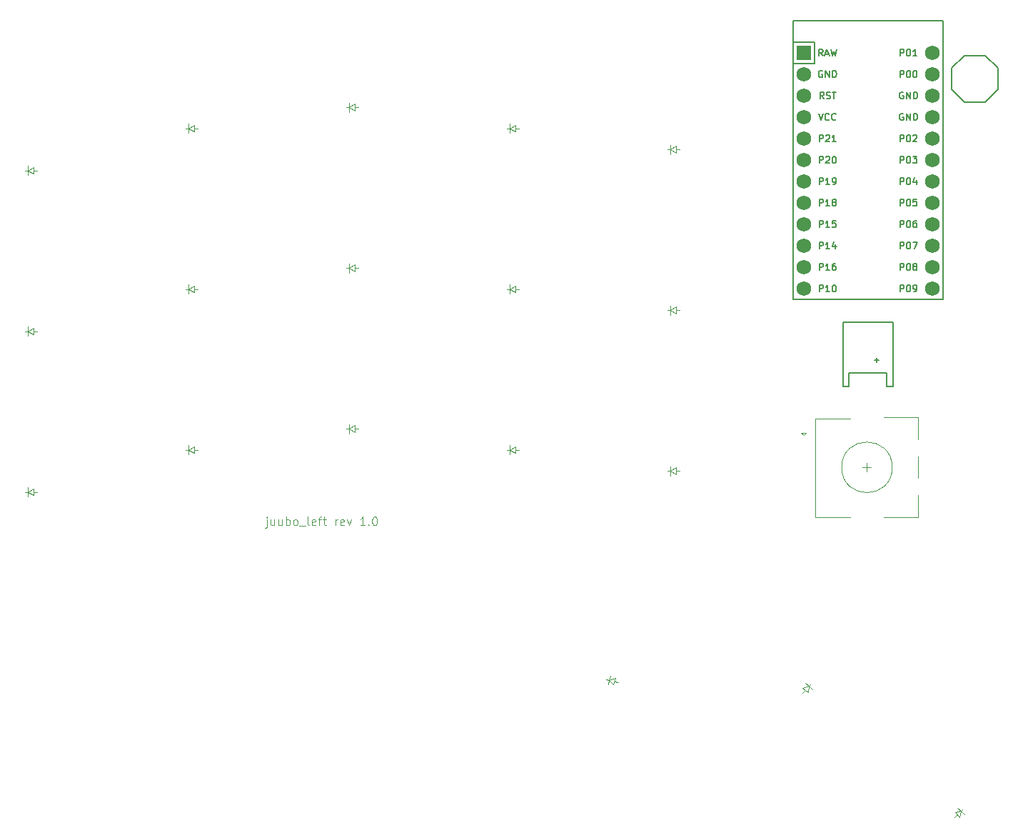
<source format=gbr>
%TF.GenerationSoftware,KiCad,Pcbnew,7.0.10*%
%TF.CreationDate,2024-02-19T14:18:00+02:00*%
%TF.ProjectId,juubo_left_final,6a757562-6f5f-46c6-9566-745f66696e61,v1.0.0*%
%TF.SameCoordinates,Original*%
%TF.FileFunction,Legend,Top*%
%TF.FilePolarity,Positive*%
%FSLAX46Y46*%
G04 Gerber Fmt 4.6, Leading zero omitted, Abs format (unit mm)*
G04 Created by KiCad (PCBNEW 7.0.10) date 2024-02-19 14:18:00*
%MOMM*%
%LPD*%
G01*
G04 APERTURE LIST*
%ADD10C,0.100000*%
%ADD11C,0.150000*%
%ADD12C,0.120000*%
%ADD13R,1.752600X1.752600*%
%ADD14C,1.752600*%
G04 APERTURE END LIST*
D10*
X116303884Y-106205752D02*
X116303884Y-107062895D01*
X116303884Y-107062895D02*
X116256265Y-107158133D01*
X116256265Y-107158133D02*
X116161027Y-107205752D01*
X116161027Y-107205752D02*
X116113408Y-107205752D01*
X116303884Y-105872419D02*
X116256265Y-105920038D01*
X116256265Y-105920038D02*
X116303884Y-105967657D01*
X116303884Y-105967657D02*
X116351503Y-105920038D01*
X116351503Y-105920038D02*
X116303884Y-105872419D01*
X116303884Y-105872419D02*
X116303884Y-105967657D01*
X117208645Y-106205752D02*
X117208645Y-106872419D01*
X116780074Y-106205752D02*
X116780074Y-106729561D01*
X116780074Y-106729561D02*
X116827693Y-106824800D01*
X116827693Y-106824800D02*
X116922931Y-106872419D01*
X116922931Y-106872419D02*
X117065788Y-106872419D01*
X117065788Y-106872419D02*
X117161026Y-106824800D01*
X117161026Y-106824800D02*
X117208645Y-106777180D01*
X118113407Y-106205752D02*
X118113407Y-106872419D01*
X117684836Y-106205752D02*
X117684836Y-106729561D01*
X117684836Y-106729561D02*
X117732455Y-106824800D01*
X117732455Y-106824800D02*
X117827693Y-106872419D01*
X117827693Y-106872419D02*
X117970550Y-106872419D01*
X117970550Y-106872419D02*
X118065788Y-106824800D01*
X118065788Y-106824800D02*
X118113407Y-106777180D01*
X118589598Y-106872419D02*
X118589598Y-105872419D01*
X118589598Y-106253371D02*
X118684836Y-106205752D01*
X118684836Y-106205752D02*
X118875312Y-106205752D01*
X118875312Y-106205752D02*
X118970550Y-106253371D01*
X118970550Y-106253371D02*
X119018169Y-106300990D01*
X119018169Y-106300990D02*
X119065788Y-106396228D01*
X119065788Y-106396228D02*
X119065788Y-106681942D01*
X119065788Y-106681942D02*
X119018169Y-106777180D01*
X119018169Y-106777180D02*
X118970550Y-106824800D01*
X118970550Y-106824800D02*
X118875312Y-106872419D01*
X118875312Y-106872419D02*
X118684836Y-106872419D01*
X118684836Y-106872419D02*
X118589598Y-106824800D01*
X119637217Y-106872419D02*
X119541979Y-106824800D01*
X119541979Y-106824800D02*
X119494360Y-106777180D01*
X119494360Y-106777180D02*
X119446741Y-106681942D01*
X119446741Y-106681942D02*
X119446741Y-106396228D01*
X119446741Y-106396228D02*
X119494360Y-106300990D01*
X119494360Y-106300990D02*
X119541979Y-106253371D01*
X119541979Y-106253371D02*
X119637217Y-106205752D01*
X119637217Y-106205752D02*
X119780074Y-106205752D01*
X119780074Y-106205752D02*
X119875312Y-106253371D01*
X119875312Y-106253371D02*
X119922931Y-106300990D01*
X119922931Y-106300990D02*
X119970550Y-106396228D01*
X119970550Y-106396228D02*
X119970550Y-106681942D01*
X119970550Y-106681942D02*
X119922931Y-106777180D01*
X119922931Y-106777180D02*
X119875312Y-106824800D01*
X119875312Y-106824800D02*
X119780074Y-106872419D01*
X119780074Y-106872419D02*
X119637217Y-106872419D01*
X120161027Y-106967657D02*
X120922931Y-106967657D01*
X121303884Y-106872419D02*
X121208646Y-106824800D01*
X121208646Y-106824800D02*
X121161027Y-106729561D01*
X121161027Y-106729561D02*
X121161027Y-105872419D01*
X122065789Y-106824800D02*
X121970551Y-106872419D01*
X121970551Y-106872419D02*
X121780075Y-106872419D01*
X121780075Y-106872419D02*
X121684837Y-106824800D01*
X121684837Y-106824800D02*
X121637218Y-106729561D01*
X121637218Y-106729561D02*
X121637218Y-106348609D01*
X121637218Y-106348609D02*
X121684837Y-106253371D01*
X121684837Y-106253371D02*
X121780075Y-106205752D01*
X121780075Y-106205752D02*
X121970551Y-106205752D01*
X121970551Y-106205752D02*
X122065789Y-106253371D01*
X122065789Y-106253371D02*
X122113408Y-106348609D01*
X122113408Y-106348609D02*
X122113408Y-106443847D01*
X122113408Y-106443847D02*
X121637218Y-106539085D01*
X122399123Y-106205752D02*
X122780075Y-106205752D01*
X122541980Y-106872419D02*
X122541980Y-106015276D01*
X122541980Y-106015276D02*
X122589599Y-105920038D01*
X122589599Y-105920038D02*
X122684837Y-105872419D01*
X122684837Y-105872419D02*
X122780075Y-105872419D01*
X122970552Y-106205752D02*
X123351504Y-106205752D01*
X123113409Y-105872419D02*
X123113409Y-106729561D01*
X123113409Y-106729561D02*
X123161028Y-106824800D01*
X123161028Y-106824800D02*
X123256266Y-106872419D01*
X123256266Y-106872419D02*
X123351504Y-106872419D01*
X124446743Y-106872419D02*
X124446743Y-106205752D01*
X124446743Y-106396228D02*
X124494362Y-106300990D01*
X124494362Y-106300990D02*
X124541981Y-106253371D01*
X124541981Y-106253371D02*
X124637219Y-106205752D01*
X124637219Y-106205752D02*
X124732457Y-106205752D01*
X125446743Y-106824800D02*
X125351505Y-106872419D01*
X125351505Y-106872419D02*
X125161029Y-106872419D01*
X125161029Y-106872419D02*
X125065791Y-106824800D01*
X125065791Y-106824800D02*
X125018172Y-106729561D01*
X125018172Y-106729561D02*
X125018172Y-106348609D01*
X125018172Y-106348609D02*
X125065791Y-106253371D01*
X125065791Y-106253371D02*
X125161029Y-106205752D01*
X125161029Y-106205752D02*
X125351505Y-106205752D01*
X125351505Y-106205752D02*
X125446743Y-106253371D01*
X125446743Y-106253371D02*
X125494362Y-106348609D01*
X125494362Y-106348609D02*
X125494362Y-106443847D01*
X125494362Y-106443847D02*
X125018172Y-106539085D01*
X125827696Y-106205752D02*
X126065791Y-106872419D01*
X126065791Y-106872419D02*
X126303886Y-106205752D01*
X127970553Y-106872419D02*
X127399125Y-106872419D01*
X127684839Y-106872419D02*
X127684839Y-105872419D01*
X127684839Y-105872419D02*
X127589601Y-106015276D01*
X127589601Y-106015276D02*
X127494363Y-106110514D01*
X127494363Y-106110514D02*
X127399125Y-106158133D01*
X128399125Y-106777180D02*
X128446744Y-106824800D01*
X128446744Y-106824800D02*
X128399125Y-106872419D01*
X128399125Y-106872419D02*
X128351506Y-106824800D01*
X128351506Y-106824800D02*
X128399125Y-106777180D01*
X128399125Y-106777180D02*
X128399125Y-106872419D01*
X129065791Y-105872419D02*
X129161029Y-105872419D01*
X129161029Y-105872419D02*
X129256267Y-105920038D01*
X129256267Y-105920038D02*
X129303886Y-105967657D01*
X129303886Y-105967657D02*
X129351505Y-106062895D01*
X129351505Y-106062895D02*
X129399124Y-106253371D01*
X129399124Y-106253371D02*
X129399124Y-106491466D01*
X129399124Y-106491466D02*
X129351505Y-106681942D01*
X129351505Y-106681942D02*
X129303886Y-106777180D01*
X129303886Y-106777180D02*
X129256267Y-106824800D01*
X129256267Y-106824800D02*
X129161029Y-106872419D01*
X129161029Y-106872419D02*
X129065791Y-106872419D01*
X129065791Y-106872419D02*
X128970553Y-106824800D01*
X128970553Y-106824800D02*
X128922934Y-106777180D01*
X128922934Y-106777180D02*
X128875315Y-106681942D01*
X128875315Y-106681942D02*
X128827696Y-106491466D01*
X128827696Y-106491466D02*
X128827696Y-106253371D01*
X128827696Y-106253371D02*
X128875315Y-106062895D01*
X128875315Y-106062895D02*
X128922934Y-105967657D01*
X128922934Y-105967657D02*
X128970553Y-105920038D01*
X128970553Y-105920038D02*
X129065791Y-105872419D01*
D11*
X181842358Y-61413204D02*
X181842358Y-60613204D01*
X181842358Y-60613204D02*
X182147120Y-60613204D01*
X182147120Y-60613204D02*
X182223310Y-60651299D01*
X182223310Y-60651299D02*
X182261405Y-60689394D01*
X182261405Y-60689394D02*
X182299501Y-60765585D01*
X182299501Y-60765585D02*
X182299501Y-60879870D01*
X182299501Y-60879870D02*
X182261405Y-60956061D01*
X182261405Y-60956061D02*
X182223310Y-60994156D01*
X182223310Y-60994156D02*
X182147120Y-61032251D01*
X182147120Y-61032251D02*
X181842358Y-61032251D01*
X182604262Y-60689394D02*
X182642358Y-60651299D01*
X182642358Y-60651299D02*
X182718548Y-60613204D01*
X182718548Y-60613204D02*
X182909024Y-60613204D01*
X182909024Y-60613204D02*
X182985215Y-60651299D01*
X182985215Y-60651299D02*
X183023310Y-60689394D01*
X183023310Y-60689394D02*
X183061405Y-60765585D01*
X183061405Y-60765585D02*
X183061405Y-60841775D01*
X183061405Y-60841775D02*
X183023310Y-60956061D01*
X183023310Y-60956061D02*
X182566167Y-61413204D01*
X182566167Y-61413204D02*
X183061405Y-61413204D01*
X183823310Y-61413204D02*
X183366167Y-61413204D01*
X183594739Y-61413204D02*
X183594739Y-60613204D01*
X183594739Y-60613204D02*
X183518548Y-60727489D01*
X183518548Y-60727489D02*
X183442358Y-60803680D01*
X183442358Y-60803680D02*
X183366167Y-60841775D01*
X191442358Y-63953204D02*
X191442358Y-63153204D01*
X191442358Y-63153204D02*
X191747120Y-63153204D01*
X191747120Y-63153204D02*
X191823310Y-63191299D01*
X191823310Y-63191299D02*
X191861405Y-63229394D01*
X191861405Y-63229394D02*
X191899501Y-63305585D01*
X191899501Y-63305585D02*
X191899501Y-63419870D01*
X191899501Y-63419870D02*
X191861405Y-63496061D01*
X191861405Y-63496061D02*
X191823310Y-63534156D01*
X191823310Y-63534156D02*
X191747120Y-63572251D01*
X191747120Y-63572251D02*
X191442358Y-63572251D01*
X192394739Y-63153204D02*
X192470929Y-63153204D01*
X192470929Y-63153204D02*
X192547120Y-63191299D01*
X192547120Y-63191299D02*
X192585215Y-63229394D01*
X192585215Y-63229394D02*
X192623310Y-63305585D01*
X192623310Y-63305585D02*
X192661405Y-63457966D01*
X192661405Y-63457966D02*
X192661405Y-63648442D01*
X192661405Y-63648442D02*
X192623310Y-63800823D01*
X192623310Y-63800823D02*
X192585215Y-63877013D01*
X192585215Y-63877013D02*
X192547120Y-63915109D01*
X192547120Y-63915109D02*
X192470929Y-63953204D01*
X192470929Y-63953204D02*
X192394739Y-63953204D01*
X192394739Y-63953204D02*
X192318548Y-63915109D01*
X192318548Y-63915109D02*
X192280453Y-63877013D01*
X192280453Y-63877013D02*
X192242358Y-63800823D01*
X192242358Y-63800823D02*
X192204262Y-63648442D01*
X192204262Y-63648442D02*
X192204262Y-63457966D01*
X192204262Y-63457966D02*
X192242358Y-63305585D01*
X192242358Y-63305585D02*
X192280453Y-63229394D01*
X192280453Y-63229394D02*
X192318548Y-63191299D01*
X192318548Y-63191299D02*
X192394739Y-63153204D01*
X192928072Y-63153204D02*
X193423310Y-63153204D01*
X193423310Y-63153204D02*
X193156644Y-63457966D01*
X193156644Y-63457966D02*
X193270929Y-63457966D01*
X193270929Y-63457966D02*
X193347120Y-63496061D01*
X193347120Y-63496061D02*
X193385215Y-63534156D01*
X193385215Y-63534156D02*
X193423310Y-63610347D01*
X193423310Y-63610347D02*
X193423310Y-63800823D01*
X193423310Y-63800823D02*
X193385215Y-63877013D01*
X193385215Y-63877013D02*
X193347120Y-63915109D01*
X193347120Y-63915109D02*
X193270929Y-63953204D01*
X193270929Y-63953204D02*
X193042358Y-63953204D01*
X193042358Y-63953204D02*
X192966167Y-63915109D01*
X192966167Y-63915109D02*
X192928072Y-63877013D01*
X181747120Y-58073204D02*
X182013787Y-58873204D01*
X182013787Y-58873204D02*
X182280453Y-58073204D01*
X183004263Y-58797013D02*
X182966167Y-58835109D01*
X182966167Y-58835109D02*
X182851882Y-58873204D01*
X182851882Y-58873204D02*
X182775691Y-58873204D01*
X182775691Y-58873204D02*
X182661405Y-58835109D01*
X182661405Y-58835109D02*
X182585215Y-58758918D01*
X182585215Y-58758918D02*
X182547120Y-58682728D01*
X182547120Y-58682728D02*
X182509024Y-58530347D01*
X182509024Y-58530347D02*
X182509024Y-58416061D01*
X182509024Y-58416061D02*
X182547120Y-58263680D01*
X182547120Y-58263680D02*
X182585215Y-58187489D01*
X182585215Y-58187489D02*
X182661405Y-58111299D01*
X182661405Y-58111299D02*
X182775691Y-58073204D01*
X182775691Y-58073204D02*
X182851882Y-58073204D01*
X182851882Y-58073204D02*
X182966167Y-58111299D01*
X182966167Y-58111299D02*
X183004263Y-58149394D01*
X183804263Y-58797013D02*
X183766167Y-58835109D01*
X183766167Y-58835109D02*
X183651882Y-58873204D01*
X183651882Y-58873204D02*
X183575691Y-58873204D01*
X183575691Y-58873204D02*
X183461405Y-58835109D01*
X183461405Y-58835109D02*
X183385215Y-58758918D01*
X183385215Y-58758918D02*
X183347120Y-58682728D01*
X183347120Y-58682728D02*
X183309024Y-58530347D01*
X183309024Y-58530347D02*
X183309024Y-58416061D01*
X183309024Y-58416061D02*
X183347120Y-58263680D01*
X183347120Y-58263680D02*
X183385215Y-58187489D01*
X183385215Y-58187489D02*
X183461405Y-58111299D01*
X183461405Y-58111299D02*
X183575691Y-58073204D01*
X183575691Y-58073204D02*
X183651882Y-58073204D01*
X183651882Y-58073204D02*
X183766167Y-58111299D01*
X183766167Y-58111299D02*
X183804263Y-58149394D01*
X182204263Y-53031299D02*
X182128073Y-52993204D01*
X182128073Y-52993204D02*
X182013787Y-52993204D01*
X182013787Y-52993204D02*
X181899501Y-53031299D01*
X181899501Y-53031299D02*
X181823311Y-53107489D01*
X181823311Y-53107489D02*
X181785216Y-53183680D01*
X181785216Y-53183680D02*
X181747120Y-53336061D01*
X181747120Y-53336061D02*
X181747120Y-53450347D01*
X181747120Y-53450347D02*
X181785216Y-53602728D01*
X181785216Y-53602728D02*
X181823311Y-53678918D01*
X181823311Y-53678918D02*
X181899501Y-53755109D01*
X181899501Y-53755109D02*
X182013787Y-53793204D01*
X182013787Y-53793204D02*
X182089978Y-53793204D01*
X182089978Y-53793204D02*
X182204263Y-53755109D01*
X182204263Y-53755109D02*
X182242359Y-53717013D01*
X182242359Y-53717013D02*
X182242359Y-53450347D01*
X182242359Y-53450347D02*
X182089978Y-53450347D01*
X182585216Y-53793204D02*
X182585216Y-52993204D01*
X182585216Y-52993204D02*
X183042359Y-53793204D01*
X183042359Y-53793204D02*
X183042359Y-52993204D01*
X183423311Y-53793204D02*
X183423311Y-52993204D01*
X183423311Y-52993204D02*
X183613787Y-52993204D01*
X183613787Y-52993204D02*
X183728073Y-53031299D01*
X183728073Y-53031299D02*
X183804263Y-53107489D01*
X183804263Y-53107489D02*
X183842358Y-53183680D01*
X183842358Y-53183680D02*
X183880454Y-53336061D01*
X183880454Y-53336061D02*
X183880454Y-53450347D01*
X183880454Y-53450347D02*
X183842358Y-53602728D01*
X183842358Y-53602728D02*
X183804263Y-53678918D01*
X183804263Y-53678918D02*
X183728073Y-53755109D01*
X183728073Y-53755109D02*
X183613787Y-53793204D01*
X183613787Y-53793204D02*
X183423311Y-53793204D01*
X181842358Y-66493204D02*
X181842358Y-65693204D01*
X181842358Y-65693204D02*
X182147120Y-65693204D01*
X182147120Y-65693204D02*
X182223310Y-65731299D01*
X182223310Y-65731299D02*
X182261405Y-65769394D01*
X182261405Y-65769394D02*
X182299501Y-65845585D01*
X182299501Y-65845585D02*
X182299501Y-65959870D01*
X182299501Y-65959870D02*
X182261405Y-66036061D01*
X182261405Y-66036061D02*
X182223310Y-66074156D01*
X182223310Y-66074156D02*
X182147120Y-66112251D01*
X182147120Y-66112251D02*
X181842358Y-66112251D01*
X183061405Y-66493204D02*
X182604262Y-66493204D01*
X182832834Y-66493204D02*
X182832834Y-65693204D01*
X182832834Y-65693204D02*
X182756643Y-65807489D01*
X182756643Y-65807489D02*
X182680453Y-65883680D01*
X182680453Y-65883680D02*
X182604262Y-65921775D01*
X183442358Y-66493204D02*
X183594739Y-66493204D01*
X183594739Y-66493204D02*
X183670929Y-66455109D01*
X183670929Y-66455109D02*
X183709025Y-66417013D01*
X183709025Y-66417013D02*
X183785215Y-66302728D01*
X183785215Y-66302728D02*
X183823310Y-66150347D01*
X183823310Y-66150347D02*
X183823310Y-65845585D01*
X183823310Y-65845585D02*
X183785215Y-65769394D01*
X183785215Y-65769394D02*
X183747120Y-65731299D01*
X183747120Y-65731299D02*
X183670929Y-65693204D01*
X183670929Y-65693204D02*
X183518548Y-65693204D01*
X183518548Y-65693204D02*
X183442358Y-65731299D01*
X183442358Y-65731299D02*
X183404263Y-65769394D01*
X183404263Y-65769394D02*
X183366167Y-65845585D01*
X183366167Y-65845585D02*
X183366167Y-66036061D01*
X183366167Y-66036061D02*
X183404263Y-66112251D01*
X183404263Y-66112251D02*
X183442358Y-66150347D01*
X183442358Y-66150347D02*
X183518548Y-66188442D01*
X183518548Y-66188442D02*
X183670929Y-66188442D01*
X183670929Y-66188442D02*
X183747120Y-66150347D01*
X183747120Y-66150347D02*
X183785215Y-66112251D01*
X183785215Y-66112251D02*
X183823310Y-66036061D01*
X181842358Y-71573204D02*
X181842358Y-70773204D01*
X181842358Y-70773204D02*
X182147120Y-70773204D01*
X182147120Y-70773204D02*
X182223310Y-70811299D01*
X182223310Y-70811299D02*
X182261405Y-70849394D01*
X182261405Y-70849394D02*
X182299501Y-70925585D01*
X182299501Y-70925585D02*
X182299501Y-71039870D01*
X182299501Y-71039870D02*
X182261405Y-71116061D01*
X182261405Y-71116061D02*
X182223310Y-71154156D01*
X182223310Y-71154156D02*
X182147120Y-71192251D01*
X182147120Y-71192251D02*
X181842358Y-71192251D01*
X183061405Y-71573204D02*
X182604262Y-71573204D01*
X182832834Y-71573204D02*
X182832834Y-70773204D01*
X182832834Y-70773204D02*
X182756643Y-70887489D01*
X182756643Y-70887489D02*
X182680453Y-70963680D01*
X182680453Y-70963680D02*
X182604262Y-71001775D01*
X183785215Y-70773204D02*
X183404263Y-70773204D01*
X183404263Y-70773204D02*
X183366167Y-71154156D01*
X183366167Y-71154156D02*
X183404263Y-71116061D01*
X183404263Y-71116061D02*
X183480453Y-71077966D01*
X183480453Y-71077966D02*
X183670929Y-71077966D01*
X183670929Y-71077966D02*
X183747120Y-71116061D01*
X183747120Y-71116061D02*
X183785215Y-71154156D01*
X183785215Y-71154156D02*
X183823310Y-71230347D01*
X183823310Y-71230347D02*
X183823310Y-71420823D01*
X183823310Y-71420823D02*
X183785215Y-71497013D01*
X183785215Y-71497013D02*
X183747120Y-71535109D01*
X183747120Y-71535109D02*
X183670929Y-71573204D01*
X183670929Y-71573204D02*
X183480453Y-71573204D01*
X183480453Y-71573204D02*
X183404263Y-71535109D01*
X183404263Y-71535109D02*
X183366167Y-71497013D01*
X181842358Y-63953204D02*
X181842358Y-63153204D01*
X181842358Y-63153204D02*
X182147120Y-63153204D01*
X182147120Y-63153204D02*
X182223310Y-63191299D01*
X182223310Y-63191299D02*
X182261405Y-63229394D01*
X182261405Y-63229394D02*
X182299501Y-63305585D01*
X182299501Y-63305585D02*
X182299501Y-63419870D01*
X182299501Y-63419870D02*
X182261405Y-63496061D01*
X182261405Y-63496061D02*
X182223310Y-63534156D01*
X182223310Y-63534156D02*
X182147120Y-63572251D01*
X182147120Y-63572251D02*
X181842358Y-63572251D01*
X182604262Y-63229394D02*
X182642358Y-63191299D01*
X182642358Y-63191299D02*
X182718548Y-63153204D01*
X182718548Y-63153204D02*
X182909024Y-63153204D01*
X182909024Y-63153204D02*
X182985215Y-63191299D01*
X182985215Y-63191299D02*
X183023310Y-63229394D01*
X183023310Y-63229394D02*
X183061405Y-63305585D01*
X183061405Y-63305585D02*
X183061405Y-63381775D01*
X183061405Y-63381775D02*
X183023310Y-63496061D01*
X183023310Y-63496061D02*
X182566167Y-63953204D01*
X182566167Y-63953204D02*
X183061405Y-63953204D01*
X183556644Y-63153204D02*
X183632834Y-63153204D01*
X183632834Y-63153204D02*
X183709025Y-63191299D01*
X183709025Y-63191299D02*
X183747120Y-63229394D01*
X183747120Y-63229394D02*
X183785215Y-63305585D01*
X183785215Y-63305585D02*
X183823310Y-63457966D01*
X183823310Y-63457966D02*
X183823310Y-63648442D01*
X183823310Y-63648442D02*
X183785215Y-63800823D01*
X183785215Y-63800823D02*
X183747120Y-63877013D01*
X183747120Y-63877013D02*
X183709025Y-63915109D01*
X183709025Y-63915109D02*
X183632834Y-63953204D01*
X183632834Y-63953204D02*
X183556644Y-63953204D01*
X183556644Y-63953204D02*
X183480453Y-63915109D01*
X183480453Y-63915109D02*
X183442358Y-63877013D01*
X183442358Y-63877013D02*
X183404263Y-63800823D01*
X183404263Y-63800823D02*
X183366167Y-63648442D01*
X183366167Y-63648442D02*
X183366167Y-63457966D01*
X183366167Y-63457966D02*
X183404263Y-63305585D01*
X183404263Y-63305585D02*
X183442358Y-63229394D01*
X183442358Y-63229394D02*
X183480453Y-63191299D01*
X183480453Y-63191299D02*
X183556644Y-63153204D01*
X181842358Y-74113204D02*
X181842358Y-73313204D01*
X181842358Y-73313204D02*
X182147120Y-73313204D01*
X182147120Y-73313204D02*
X182223310Y-73351299D01*
X182223310Y-73351299D02*
X182261405Y-73389394D01*
X182261405Y-73389394D02*
X182299501Y-73465585D01*
X182299501Y-73465585D02*
X182299501Y-73579870D01*
X182299501Y-73579870D02*
X182261405Y-73656061D01*
X182261405Y-73656061D02*
X182223310Y-73694156D01*
X182223310Y-73694156D02*
X182147120Y-73732251D01*
X182147120Y-73732251D02*
X181842358Y-73732251D01*
X183061405Y-74113204D02*
X182604262Y-74113204D01*
X182832834Y-74113204D02*
X182832834Y-73313204D01*
X182832834Y-73313204D02*
X182756643Y-73427489D01*
X182756643Y-73427489D02*
X182680453Y-73503680D01*
X182680453Y-73503680D02*
X182604262Y-73541775D01*
X183747120Y-73579870D02*
X183747120Y-74113204D01*
X183556644Y-73275109D02*
X183366167Y-73846537D01*
X183366167Y-73846537D02*
X183861406Y-73846537D01*
X191442358Y-66493204D02*
X191442358Y-65693204D01*
X191442358Y-65693204D02*
X191747120Y-65693204D01*
X191747120Y-65693204D02*
X191823310Y-65731299D01*
X191823310Y-65731299D02*
X191861405Y-65769394D01*
X191861405Y-65769394D02*
X191899501Y-65845585D01*
X191899501Y-65845585D02*
X191899501Y-65959870D01*
X191899501Y-65959870D02*
X191861405Y-66036061D01*
X191861405Y-66036061D02*
X191823310Y-66074156D01*
X191823310Y-66074156D02*
X191747120Y-66112251D01*
X191747120Y-66112251D02*
X191442358Y-66112251D01*
X192394739Y-65693204D02*
X192470929Y-65693204D01*
X192470929Y-65693204D02*
X192547120Y-65731299D01*
X192547120Y-65731299D02*
X192585215Y-65769394D01*
X192585215Y-65769394D02*
X192623310Y-65845585D01*
X192623310Y-65845585D02*
X192661405Y-65997966D01*
X192661405Y-65997966D02*
X192661405Y-66188442D01*
X192661405Y-66188442D02*
X192623310Y-66340823D01*
X192623310Y-66340823D02*
X192585215Y-66417013D01*
X192585215Y-66417013D02*
X192547120Y-66455109D01*
X192547120Y-66455109D02*
X192470929Y-66493204D01*
X192470929Y-66493204D02*
X192394739Y-66493204D01*
X192394739Y-66493204D02*
X192318548Y-66455109D01*
X192318548Y-66455109D02*
X192280453Y-66417013D01*
X192280453Y-66417013D02*
X192242358Y-66340823D01*
X192242358Y-66340823D02*
X192204262Y-66188442D01*
X192204262Y-66188442D02*
X192204262Y-65997966D01*
X192204262Y-65997966D02*
X192242358Y-65845585D01*
X192242358Y-65845585D02*
X192280453Y-65769394D01*
X192280453Y-65769394D02*
X192318548Y-65731299D01*
X192318548Y-65731299D02*
X192394739Y-65693204D01*
X193347120Y-65959870D02*
X193347120Y-66493204D01*
X193156644Y-65655109D02*
X192966167Y-66226537D01*
X192966167Y-66226537D02*
X193461406Y-66226537D01*
X191442358Y-51253204D02*
X191442358Y-50453204D01*
X191442358Y-50453204D02*
X191747120Y-50453204D01*
X191747120Y-50453204D02*
X191823310Y-50491299D01*
X191823310Y-50491299D02*
X191861405Y-50529394D01*
X191861405Y-50529394D02*
X191899501Y-50605585D01*
X191899501Y-50605585D02*
X191899501Y-50719870D01*
X191899501Y-50719870D02*
X191861405Y-50796061D01*
X191861405Y-50796061D02*
X191823310Y-50834156D01*
X191823310Y-50834156D02*
X191747120Y-50872251D01*
X191747120Y-50872251D02*
X191442358Y-50872251D01*
X192394739Y-50453204D02*
X192470929Y-50453204D01*
X192470929Y-50453204D02*
X192547120Y-50491299D01*
X192547120Y-50491299D02*
X192585215Y-50529394D01*
X192585215Y-50529394D02*
X192623310Y-50605585D01*
X192623310Y-50605585D02*
X192661405Y-50757966D01*
X192661405Y-50757966D02*
X192661405Y-50948442D01*
X192661405Y-50948442D02*
X192623310Y-51100823D01*
X192623310Y-51100823D02*
X192585215Y-51177013D01*
X192585215Y-51177013D02*
X192547120Y-51215109D01*
X192547120Y-51215109D02*
X192470929Y-51253204D01*
X192470929Y-51253204D02*
X192394739Y-51253204D01*
X192394739Y-51253204D02*
X192318548Y-51215109D01*
X192318548Y-51215109D02*
X192280453Y-51177013D01*
X192280453Y-51177013D02*
X192242358Y-51100823D01*
X192242358Y-51100823D02*
X192204262Y-50948442D01*
X192204262Y-50948442D02*
X192204262Y-50757966D01*
X192204262Y-50757966D02*
X192242358Y-50605585D01*
X192242358Y-50605585D02*
X192280453Y-50529394D01*
X192280453Y-50529394D02*
X192318548Y-50491299D01*
X192318548Y-50491299D02*
X192394739Y-50453204D01*
X193423310Y-51253204D02*
X192966167Y-51253204D01*
X193194739Y-51253204D02*
X193194739Y-50453204D01*
X193194739Y-50453204D02*
X193118548Y-50567489D01*
X193118548Y-50567489D02*
X193042358Y-50643680D01*
X193042358Y-50643680D02*
X192966167Y-50681775D01*
X191804263Y-55571299D02*
X191728073Y-55533204D01*
X191728073Y-55533204D02*
X191613787Y-55533204D01*
X191613787Y-55533204D02*
X191499501Y-55571299D01*
X191499501Y-55571299D02*
X191423311Y-55647489D01*
X191423311Y-55647489D02*
X191385216Y-55723680D01*
X191385216Y-55723680D02*
X191347120Y-55876061D01*
X191347120Y-55876061D02*
X191347120Y-55990347D01*
X191347120Y-55990347D02*
X191385216Y-56142728D01*
X191385216Y-56142728D02*
X191423311Y-56218918D01*
X191423311Y-56218918D02*
X191499501Y-56295109D01*
X191499501Y-56295109D02*
X191613787Y-56333204D01*
X191613787Y-56333204D02*
X191689978Y-56333204D01*
X191689978Y-56333204D02*
X191804263Y-56295109D01*
X191804263Y-56295109D02*
X191842359Y-56257013D01*
X191842359Y-56257013D02*
X191842359Y-55990347D01*
X191842359Y-55990347D02*
X191689978Y-55990347D01*
X192185216Y-56333204D02*
X192185216Y-55533204D01*
X192185216Y-55533204D02*
X192642359Y-56333204D01*
X192642359Y-56333204D02*
X192642359Y-55533204D01*
X193023311Y-56333204D02*
X193023311Y-55533204D01*
X193023311Y-55533204D02*
X193213787Y-55533204D01*
X193213787Y-55533204D02*
X193328073Y-55571299D01*
X193328073Y-55571299D02*
X193404263Y-55647489D01*
X193404263Y-55647489D02*
X193442358Y-55723680D01*
X193442358Y-55723680D02*
X193480454Y-55876061D01*
X193480454Y-55876061D02*
X193480454Y-55990347D01*
X193480454Y-55990347D02*
X193442358Y-56142728D01*
X193442358Y-56142728D02*
X193404263Y-56218918D01*
X193404263Y-56218918D02*
X193328073Y-56295109D01*
X193328073Y-56295109D02*
X193213787Y-56333204D01*
X193213787Y-56333204D02*
X193023311Y-56333204D01*
X181842358Y-69033204D02*
X181842358Y-68233204D01*
X181842358Y-68233204D02*
X182147120Y-68233204D01*
X182147120Y-68233204D02*
X182223310Y-68271299D01*
X182223310Y-68271299D02*
X182261405Y-68309394D01*
X182261405Y-68309394D02*
X182299501Y-68385585D01*
X182299501Y-68385585D02*
X182299501Y-68499870D01*
X182299501Y-68499870D02*
X182261405Y-68576061D01*
X182261405Y-68576061D02*
X182223310Y-68614156D01*
X182223310Y-68614156D02*
X182147120Y-68652251D01*
X182147120Y-68652251D02*
X181842358Y-68652251D01*
X183061405Y-69033204D02*
X182604262Y-69033204D01*
X182832834Y-69033204D02*
X182832834Y-68233204D01*
X182832834Y-68233204D02*
X182756643Y-68347489D01*
X182756643Y-68347489D02*
X182680453Y-68423680D01*
X182680453Y-68423680D02*
X182604262Y-68461775D01*
X183518548Y-68576061D02*
X183442358Y-68537966D01*
X183442358Y-68537966D02*
X183404263Y-68499870D01*
X183404263Y-68499870D02*
X183366167Y-68423680D01*
X183366167Y-68423680D02*
X183366167Y-68385585D01*
X183366167Y-68385585D02*
X183404263Y-68309394D01*
X183404263Y-68309394D02*
X183442358Y-68271299D01*
X183442358Y-68271299D02*
X183518548Y-68233204D01*
X183518548Y-68233204D02*
X183670929Y-68233204D01*
X183670929Y-68233204D02*
X183747120Y-68271299D01*
X183747120Y-68271299D02*
X183785215Y-68309394D01*
X183785215Y-68309394D02*
X183823310Y-68385585D01*
X183823310Y-68385585D02*
X183823310Y-68423680D01*
X183823310Y-68423680D02*
X183785215Y-68499870D01*
X183785215Y-68499870D02*
X183747120Y-68537966D01*
X183747120Y-68537966D02*
X183670929Y-68576061D01*
X183670929Y-68576061D02*
X183518548Y-68576061D01*
X183518548Y-68576061D02*
X183442358Y-68614156D01*
X183442358Y-68614156D02*
X183404263Y-68652251D01*
X183404263Y-68652251D02*
X183366167Y-68728442D01*
X183366167Y-68728442D02*
X183366167Y-68880823D01*
X183366167Y-68880823D02*
X183404263Y-68957013D01*
X183404263Y-68957013D02*
X183442358Y-68995109D01*
X183442358Y-68995109D02*
X183518548Y-69033204D01*
X183518548Y-69033204D02*
X183670929Y-69033204D01*
X183670929Y-69033204D02*
X183747120Y-68995109D01*
X183747120Y-68995109D02*
X183785215Y-68957013D01*
X183785215Y-68957013D02*
X183823310Y-68880823D01*
X183823310Y-68880823D02*
X183823310Y-68728442D01*
X183823310Y-68728442D02*
X183785215Y-68652251D01*
X183785215Y-68652251D02*
X183747120Y-68614156D01*
X183747120Y-68614156D02*
X183670929Y-68576061D01*
X191442358Y-53793204D02*
X191442358Y-52993204D01*
X191442358Y-52993204D02*
X191747120Y-52993204D01*
X191747120Y-52993204D02*
X191823310Y-53031299D01*
X191823310Y-53031299D02*
X191861405Y-53069394D01*
X191861405Y-53069394D02*
X191899501Y-53145585D01*
X191899501Y-53145585D02*
X191899501Y-53259870D01*
X191899501Y-53259870D02*
X191861405Y-53336061D01*
X191861405Y-53336061D02*
X191823310Y-53374156D01*
X191823310Y-53374156D02*
X191747120Y-53412251D01*
X191747120Y-53412251D02*
X191442358Y-53412251D01*
X192394739Y-52993204D02*
X192470929Y-52993204D01*
X192470929Y-52993204D02*
X192547120Y-53031299D01*
X192547120Y-53031299D02*
X192585215Y-53069394D01*
X192585215Y-53069394D02*
X192623310Y-53145585D01*
X192623310Y-53145585D02*
X192661405Y-53297966D01*
X192661405Y-53297966D02*
X192661405Y-53488442D01*
X192661405Y-53488442D02*
X192623310Y-53640823D01*
X192623310Y-53640823D02*
X192585215Y-53717013D01*
X192585215Y-53717013D02*
X192547120Y-53755109D01*
X192547120Y-53755109D02*
X192470929Y-53793204D01*
X192470929Y-53793204D02*
X192394739Y-53793204D01*
X192394739Y-53793204D02*
X192318548Y-53755109D01*
X192318548Y-53755109D02*
X192280453Y-53717013D01*
X192280453Y-53717013D02*
X192242358Y-53640823D01*
X192242358Y-53640823D02*
X192204262Y-53488442D01*
X192204262Y-53488442D02*
X192204262Y-53297966D01*
X192204262Y-53297966D02*
X192242358Y-53145585D01*
X192242358Y-53145585D02*
X192280453Y-53069394D01*
X192280453Y-53069394D02*
X192318548Y-53031299D01*
X192318548Y-53031299D02*
X192394739Y-52993204D01*
X193156644Y-52993204D02*
X193232834Y-52993204D01*
X193232834Y-52993204D02*
X193309025Y-53031299D01*
X193309025Y-53031299D02*
X193347120Y-53069394D01*
X193347120Y-53069394D02*
X193385215Y-53145585D01*
X193385215Y-53145585D02*
X193423310Y-53297966D01*
X193423310Y-53297966D02*
X193423310Y-53488442D01*
X193423310Y-53488442D02*
X193385215Y-53640823D01*
X193385215Y-53640823D02*
X193347120Y-53717013D01*
X193347120Y-53717013D02*
X193309025Y-53755109D01*
X193309025Y-53755109D02*
X193232834Y-53793204D01*
X193232834Y-53793204D02*
X193156644Y-53793204D01*
X193156644Y-53793204D02*
X193080453Y-53755109D01*
X193080453Y-53755109D02*
X193042358Y-53717013D01*
X193042358Y-53717013D02*
X193004263Y-53640823D01*
X193004263Y-53640823D02*
X192966167Y-53488442D01*
X192966167Y-53488442D02*
X192966167Y-53297966D01*
X192966167Y-53297966D02*
X193004263Y-53145585D01*
X193004263Y-53145585D02*
X193042358Y-53069394D01*
X193042358Y-53069394D02*
X193080453Y-53031299D01*
X193080453Y-53031299D02*
X193156644Y-52993204D01*
X182261406Y-51253204D02*
X181994739Y-50872251D01*
X181804263Y-51253204D02*
X181804263Y-50453204D01*
X181804263Y-50453204D02*
X182109025Y-50453204D01*
X182109025Y-50453204D02*
X182185215Y-50491299D01*
X182185215Y-50491299D02*
X182223310Y-50529394D01*
X182223310Y-50529394D02*
X182261406Y-50605585D01*
X182261406Y-50605585D02*
X182261406Y-50719870D01*
X182261406Y-50719870D02*
X182223310Y-50796061D01*
X182223310Y-50796061D02*
X182185215Y-50834156D01*
X182185215Y-50834156D02*
X182109025Y-50872251D01*
X182109025Y-50872251D02*
X181804263Y-50872251D01*
X182566167Y-51024632D02*
X182947120Y-51024632D01*
X182489977Y-51253204D02*
X182756644Y-50453204D01*
X182756644Y-50453204D02*
X183023310Y-51253204D01*
X183213786Y-50453204D02*
X183404262Y-51253204D01*
X183404262Y-51253204D02*
X183556643Y-50681775D01*
X183556643Y-50681775D02*
X183709024Y-51253204D01*
X183709024Y-51253204D02*
X183899501Y-50453204D01*
X191442358Y-76653204D02*
X191442358Y-75853204D01*
X191442358Y-75853204D02*
X191747120Y-75853204D01*
X191747120Y-75853204D02*
X191823310Y-75891299D01*
X191823310Y-75891299D02*
X191861405Y-75929394D01*
X191861405Y-75929394D02*
X191899501Y-76005585D01*
X191899501Y-76005585D02*
X191899501Y-76119870D01*
X191899501Y-76119870D02*
X191861405Y-76196061D01*
X191861405Y-76196061D02*
X191823310Y-76234156D01*
X191823310Y-76234156D02*
X191747120Y-76272251D01*
X191747120Y-76272251D02*
X191442358Y-76272251D01*
X192394739Y-75853204D02*
X192470929Y-75853204D01*
X192470929Y-75853204D02*
X192547120Y-75891299D01*
X192547120Y-75891299D02*
X192585215Y-75929394D01*
X192585215Y-75929394D02*
X192623310Y-76005585D01*
X192623310Y-76005585D02*
X192661405Y-76157966D01*
X192661405Y-76157966D02*
X192661405Y-76348442D01*
X192661405Y-76348442D02*
X192623310Y-76500823D01*
X192623310Y-76500823D02*
X192585215Y-76577013D01*
X192585215Y-76577013D02*
X192547120Y-76615109D01*
X192547120Y-76615109D02*
X192470929Y-76653204D01*
X192470929Y-76653204D02*
X192394739Y-76653204D01*
X192394739Y-76653204D02*
X192318548Y-76615109D01*
X192318548Y-76615109D02*
X192280453Y-76577013D01*
X192280453Y-76577013D02*
X192242358Y-76500823D01*
X192242358Y-76500823D02*
X192204262Y-76348442D01*
X192204262Y-76348442D02*
X192204262Y-76157966D01*
X192204262Y-76157966D02*
X192242358Y-76005585D01*
X192242358Y-76005585D02*
X192280453Y-75929394D01*
X192280453Y-75929394D02*
X192318548Y-75891299D01*
X192318548Y-75891299D02*
X192394739Y-75853204D01*
X193118548Y-76196061D02*
X193042358Y-76157966D01*
X193042358Y-76157966D02*
X193004263Y-76119870D01*
X193004263Y-76119870D02*
X192966167Y-76043680D01*
X192966167Y-76043680D02*
X192966167Y-76005585D01*
X192966167Y-76005585D02*
X193004263Y-75929394D01*
X193004263Y-75929394D02*
X193042358Y-75891299D01*
X193042358Y-75891299D02*
X193118548Y-75853204D01*
X193118548Y-75853204D02*
X193270929Y-75853204D01*
X193270929Y-75853204D02*
X193347120Y-75891299D01*
X193347120Y-75891299D02*
X193385215Y-75929394D01*
X193385215Y-75929394D02*
X193423310Y-76005585D01*
X193423310Y-76005585D02*
X193423310Y-76043680D01*
X193423310Y-76043680D02*
X193385215Y-76119870D01*
X193385215Y-76119870D02*
X193347120Y-76157966D01*
X193347120Y-76157966D02*
X193270929Y-76196061D01*
X193270929Y-76196061D02*
X193118548Y-76196061D01*
X193118548Y-76196061D02*
X193042358Y-76234156D01*
X193042358Y-76234156D02*
X193004263Y-76272251D01*
X193004263Y-76272251D02*
X192966167Y-76348442D01*
X192966167Y-76348442D02*
X192966167Y-76500823D01*
X192966167Y-76500823D02*
X193004263Y-76577013D01*
X193004263Y-76577013D02*
X193042358Y-76615109D01*
X193042358Y-76615109D02*
X193118548Y-76653204D01*
X193118548Y-76653204D02*
X193270929Y-76653204D01*
X193270929Y-76653204D02*
X193347120Y-76615109D01*
X193347120Y-76615109D02*
X193385215Y-76577013D01*
X193385215Y-76577013D02*
X193423310Y-76500823D01*
X193423310Y-76500823D02*
X193423310Y-76348442D01*
X193423310Y-76348442D02*
X193385215Y-76272251D01*
X193385215Y-76272251D02*
X193347120Y-76234156D01*
X193347120Y-76234156D02*
X193270929Y-76196061D01*
X191442358Y-61413204D02*
X191442358Y-60613204D01*
X191442358Y-60613204D02*
X191747120Y-60613204D01*
X191747120Y-60613204D02*
X191823310Y-60651299D01*
X191823310Y-60651299D02*
X191861405Y-60689394D01*
X191861405Y-60689394D02*
X191899501Y-60765585D01*
X191899501Y-60765585D02*
X191899501Y-60879870D01*
X191899501Y-60879870D02*
X191861405Y-60956061D01*
X191861405Y-60956061D02*
X191823310Y-60994156D01*
X191823310Y-60994156D02*
X191747120Y-61032251D01*
X191747120Y-61032251D02*
X191442358Y-61032251D01*
X192394739Y-60613204D02*
X192470929Y-60613204D01*
X192470929Y-60613204D02*
X192547120Y-60651299D01*
X192547120Y-60651299D02*
X192585215Y-60689394D01*
X192585215Y-60689394D02*
X192623310Y-60765585D01*
X192623310Y-60765585D02*
X192661405Y-60917966D01*
X192661405Y-60917966D02*
X192661405Y-61108442D01*
X192661405Y-61108442D02*
X192623310Y-61260823D01*
X192623310Y-61260823D02*
X192585215Y-61337013D01*
X192585215Y-61337013D02*
X192547120Y-61375109D01*
X192547120Y-61375109D02*
X192470929Y-61413204D01*
X192470929Y-61413204D02*
X192394739Y-61413204D01*
X192394739Y-61413204D02*
X192318548Y-61375109D01*
X192318548Y-61375109D02*
X192280453Y-61337013D01*
X192280453Y-61337013D02*
X192242358Y-61260823D01*
X192242358Y-61260823D02*
X192204262Y-61108442D01*
X192204262Y-61108442D02*
X192204262Y-60917966D01*
X192204262Y-60917966D02*
X192242358Y-60765585D01*
X192242358Y-60765585D02*
X192280453Y-60689394D01*
X192280453Y-60689394D02*
X192318548Y-60651299D01*
X192318548Y-60651299D02*
X192394739Y-60613204D01*
X192966167Y-60689394D02*
X193004263Y-60651299D01*
X193004263Y-60651299D02*
X193080453Y-60613204D01*
X193080453Y-60613204D02*
X193270929Y-60613204D01*
X193270929Y-60613204D02*
X193347120Y-60651299D01*
X193347120Y-60651299D02*
X193385215Y-60689394D01*
X193385215Y-60689394D02*
X193423310Y-60765585D01*
X193423310Y-60765585D02*
X193423310Y-60841775D01*
X193423310Y-60841775D02*
X193385215Y-60956061D01*
X193385215Y-60956061D02*
X192928072Y-61413204D01*
X192928072Y-61413204D02*
X193423310Y-61413204D01*
X182375692Y-56333204D02*
X182109025Y-55952251D01*
X181918549Y-56333204D02*
X181918549Y-55533204D01*
X181918549Y-55533204D02*
X182223311Y-55533204D01*
X182223311Y-55533204D02*
X182299501Y-55571299D01*
X182299501Y-55571299D02*
X182337596Y-55609394D01*
X182337596Y-55609394D02*
X182375692Y-55685585D01*
X182375692Y-55685585D02*
X182375692Y-55799870D01*
X182375692Y-55799870D02*
X182337596Y-55876061D01*
X182337596Y-55876061D02*
X182299501Y-55914156D01*
X182299501Y-55914156D02*
X182223311Y-55952251D01*
X182223311Y-55952251D02*
X181918549Y-55952251D01*
X182680453Y-56295109D02*
X182794739Y-56333204D01*
X182794739Y-56333204D02*
X182985215Y-56333204D01*
X182985215Y-56333204D02*
X183061406Y-56295109D01*
X183061406Y-56295109D02*
X183099501Y-56257013D01*
X183099501Y-56257013D02*
X183137596Y-56180823D01*
X183137596Y-56180823D02*
X183137596Y-56104632D01*
X183137596Y-56104632D02*
X183099501Y-56028442D01*
X183099501Y-56028442D02*
X183061406Y-55990347D01*
X183061406Y-55990347D02*
X182985215Y-55952251D01*
X182985215Y-55952251D02*
X182832834Y-55914156D01*
X182832834Y-55914156D02*
X182756644Y-55876061D01*
X182756644Y-55876061D02*
X182718549Y-55837966D01*
X182718549Y-55837966D02*
X182680453Y-55761775D01*
X182680453Y-55761775D02*
X182680453Y-55685585D01*
X182680453Y-55685585D02*
X182718549Y-55609394D01*
X182718549Y-55609394D02*
X182756644Y-55571299D01*
X182756644Y-55571299D02*
X182832834Y-55533204D01*
X182832834Y-55533204D02*
X183023311Y-55533204D01*
X183023311Y-55533204D02*
X183137596Y-55571299D01*
X183366168Y-55533204D02*
X183823311Y-55533204D01*
X183594739Y-56333204D02*
X183594739Y-55533204D01*
X181842358Y-79193204D02*
X181842358Y-78393204D01*
X181842358Y-78393204D02*
X182147120Y-78393204D01*
X182147120Y-78393204D02*
X182223310Y-78431299D01*
X182223310Y-78431299D02*
X182261405Y-78469394D01*
X182261405Y-78469394D02*
X182299501Y-78545585D01*
X182299501Y-78545585D02*
X182299501Y-78659870D01*
X182299501Y-78659870D02*
X182261405Y-78736061D01*
X182261405Y-78736061D02*
X182223310Y-78774156D01*
X182223310Y-78774156D02*
X182147120Y-78812251D01*
X182147120Y-78812251D02*
X181842358Y-78812251D01*
X183061405Y-79193204D02*
X182604262Y-79193204D01*
X182832834Y-79193204D02*
X182832834Y-78393204D01*
X182832834Y-78393204D02*
X182756643Y-78507489D01*
X182756643Y-78507489D02*
X182680453Y-78583680D01*
X182680453Y-78583680D02*
X182604262Y-78621775D01*
X183556644Y-78393204D02*
X183632834Y-78393204D01*
X183632834Y-78393204D02*
X183709025Y-78431299D01*
X183709025Y-78431299D02*
X183747120Y-78469394D01*
X183747120Y-78469394D02*
X183785215Y-78545585D01*
X183785215Y-78545585D02*
X183823310Y-78697966D01*
X183823310Y-78697966D02*
X183823310Y-78888442D01*
X183823310Y-78888442D02*
X183785215Y-79040823D01*
X183785215Y-79040823D02*
X183747120Y-79117013D01*
X183747120Y-79117013D02*
X183709025Y-79155109D01*
X183709025Y-79155109D02*
X183632834Y-79193204D01*
X183632834Y-79193204D02*
X183556644Y-79193204D01*
X183556644Y-79193204D02*
X183480453Y-79155109D01*
X183480453Y-79155109D02*
X183442358Y-79117013D01*
X183442358Y-79117013D02*
X183404263Y-79040823D01*
X183404263Y-79040823D02*
X183366167Y-78888442D01*
X183366167Y-78888442D02*
X183366167Y-78697966D01*
X183366167Y-78697966D02*
X183404263Y-78545585D01*
X183404263Y-78545585D02*
X183442358Y-78469394D01*
X183442358Y-78469394D02*
X183480453Y-78431299D01*
X183480453Y-78431299D02*
X183556644Y-78393204D01*
X191442358Y-69033204D02*
X191442358Y-68233204D01*
X191442358Y-68233204D02*
X191747120Y-68233204D01*
X191747120Y-68233204D02*
X191823310Y-68271299D01*
X191823310Y-68271299D02*
X191861405Y-68309394D01*
X191861405Y-68309394D02*
X191899501Y-68385585D01*
X191899501Y-68385585D02*
X191899501Y-68499870D01*
X191899501Y-68499870D02*
X191861405Y-68576061D01*
X191861405Y-68576061D02*
X191823310Y-68614156D01*
X191823310Y-68614156D02*
X191747120Y-68652251D01*
X191747120Y-68652251D02*
X191442358Y-68652251D01*
X192394739Y-68233204D02*
X192470929Y-68233204D01*
X192470929Y-68233204D02*
X192547120Y-68271299D01*
X192547120Y-68271299D02*
X192585215Y-68309394D01*
X192585215Y-68309394D02*
X192623310Y-68385585D01*
X192623310Y-68385585D02*
X192661405Y-68537966D01*
X192661405Y-68537966D02*
X192661405Y-68728442D01*
X192661405Y-68728442D02*
X192623310Y-68880823D01*
X192623310Y-68880823D02*
X192585215Y-68957013D01*
X192585215Y-68957013D02*
X192547120Y-68995109D01*
X192547120Y-68995109D02*
X192470929Y-69033204D01*
X192470929Y-69033204D02*
X192394739Y-69033204D01*
X192394739Y-69033204D02*
X192318548Y-68995109D01*
X192318548Y-68995109D02*
X192280453Y-68957013D01*
X192280453Y-68957013D02*
X192242358Y-68880823D01*
X192242358Y-68880823D02*
X192204262Y-68728442D01*
X192204262Y-68728442D02*
X192204262Y-68537966D01*
X192204262Y-68537966D02*
X192242358Y-68385585D01*
X192242358Y-68385585D02*
X192280453Y-68309394D01*
X192280453Y-68309394D02*
X192318548Y-68271299D01*
X192318548Y-68271299D02*
X192394739Y-68233204D01*
X193385215Y-68233204D02*
X193004263Y-68233204D01*
X193004263Y-68233204D02*
X192966167Y-68614156D01*
X192966167Y-68614156D02*
X193004263Y-68576061D01*
X193004263Y-68576061D02*
X193080453Y-68537966D01*
X193080453Y-68537966D02*
X193270929Y-68537966D01*
X193270929Y-68537966D02*
X193347120Y-68576061D01*
X193347120Y-68576061D02*
X193385215Y-68614156D01*
X193385215Y-68614156D02*
X193423310Y-68690347D01*
X193423310Y-68690347D02*
X193423310Y-68880823D01*
X193423310Y-68880823D02*
X193385215Y-68957013D01*
X193385215Y-68957013D02*
X193347120Y-68995109D01*
X193347120Y-68995109D02*
X193270929Y-69033204D01*
X193270929Y-69033204D02*
X193080453Y-69033204D01*
X193080453Y-69033204D02*
X193004263Y-68995109D01*
X193004263Y-68995109D02*
X192966167Y-68957013D01*
X191442358Y-79193204D02*
X191442358Y-78393204D01*
X191442358Y-78393204D02*
X191747120Y-78393204D01*
X191747120Y-78393204D02*
X191823310Y-78431299D01*
X191823310Y-78431299D02*
X191861405Y-78469394D01*
X191861405Y-78469394D02*
X191899501Y-78545585D01*
X191899501Y-78545585D02*
X191899501Y-78659870D01*
X191899501Y-78659870D02*
X191861405Y-78736061D01*
X191861405Y-78736061D02*
X191823310Y-78774156D01*
X191823310Y-78774156D02*
X191747120Y-78812251D01*
X191747120Y-78812251D02*
X191442358Y-78812251D01*
X192394739Y-78393204D02*
X192470929Y-78393204D01*
X192470929Y-78393204D02*
X192547120Y-78431299D01*
X192547120Y-78431299D02*
X192585215Y-78469394D01*
X192585215Y-78469394D02*
X192623310Y-78545585D01*
X192623310Y-78545585D02*
X192661405Y-78697966D01*
X192661405Y-78697966D02*
X192661405Y-78888442D01*
X192661405Y-78888442D02*
X192623310Y-79040823D01*
X192623310Y-79040823D02*
X192585215Y-79117013D01*
X192585215Y-79117013D02*
X192547120Y-79155109D01*
X192547120Y-79155109D02*
X192470929Y-79193204D01*
X192470929Y-79193204D02*
X192394739Y-79193204D01*
X192394739Y-79193204D02*
X192318548Y-79155109D01*
X192318548Y-79155109D02*
X192280453Y-79117013D01*
X192280453Y-79117013D02*
X192242358Y-79040823D01*
X192242358Y-79040823D02*
X192204262Y-78888442D01*
X192204262Y-78888442D02*
X192204262Y-78697966D01*
X192204262Y-78697966D02*
X192242358Y-78545585D01*
X192242358Y-78545585D02*
X192280453Y-78469394D01*
X192280453Y-78469394D02*
X192318548Y-78431299D01*
X192318548Y-78431299D02*
X192394739Y-78393204D01*
X193042358Y-79193204D02*
X193194739Y-79193204D01*
X193194739Y-79193204D02*
X193270929Y-79155109D01*
X193270929Y-79155109D02*
X193309025Y-79117013D01*
X193309025Y-79117013D02*
X193385215Y-79002728D01*
X193385215Y-79002728D02*
X193423310Y-78850347D01*
X193423310Y-78850347D02*
X193423310Y-78545585D01*
X193423310Y-78545585D02*
X193385215Y-78469394D01*
X193385215Y-78469394D02*
X193347120Y-78431299D01*
X193347120Y-78431299D02*
X193270929Y-78393204D01*
X193270929Y-78393204D02*
X193118548Y-78393204D01*
X193118548Y-78393204D02*
X193042358Y-78431299D01*
X193042358Y-78431299D02*
X193004263Y-78469394D01*
X193004263Y-78469394D02*
X192966167Y-78545585D01*
X192966167Y-78545585D02*
X192966167Y-78736061D01*
X192966167Y-78736061D02*
X193004263Y-78812251D01*
X193004263Y-78812251D02*
X193042358Y-78850347D01*
X193042358Y-78850347D02*
X193118548Y-78888442D01*
X193118548Y-78888442D02*
X193270929Y-78888442D01*
X193270929Y-78888442D02*
X193347120Y-78850347D01*
X193347120Y-78850347D02*
X193385215Y-78812251D01*
X193385215Y-78812251D02*
X193423310Y-78736061D01*
X191804263Y-58111299D02*
X191728073Y-58073204D01*
X191728073Y-58073204D02*
X191613787Y-58073204D01*
X191613787Y-58073204D02*
X191499501Y-58111299D01*
X191499501Y-58111299D02*
X191423311Y-58187489D01*
X191423311Y-58187489D02*
X191385216Y-58263680D01*
X191385216Y-58263680D02*
X191347120Y-58416061D01*
X191347120Y-58416061D02*
X191347120Y-58530347D01*
X191347120Y-58530347D02*
X191385216Y-58682728D01*
X191385216Y-58682728D02*
X191423311Y-58758918D01*
X191423311Y-58758918D02*
X191499501Y-58835109D01*
X191499501Y-58835109D02*
X191613787Y-58873204D01*
X191613787Y-58873204D02*
X191689978Y-58873204D01*
X191689978Y-58873204D02*
X191804263Y-58835109D01*
X191804263Y-58835109D02*
X191842359Y-58797013D01*
X191842359Y-58797013D02*
X191842359Y-58530347D01*
X191842359Y-58530347D02*
X191689978Y-58530347D01*
X192185216Y-58873204D02*
X192185216Y-58073204D01*
X192185216Y-58073204D02*
X192642359Y-58873204D01*
X192642359Y-58873204D02*
X192642359Y-58073204D01*
X193023311Y-58873204D02*
X193023311Y-58073204D01*
X193023311Y-58073204D02*
X193213787Y-58073204D01*
X193213787Y-58073204D02*
X193328073Y-58111299D01*
X193328073Y-58111299D02*
X193404263Y-58187489D01*
X193404263Y-58187489D02*
X193442358Y-58263680D01*
X193442358Y-58263680D02*
X193480454Y-58416061D01*
X193480454Y-58416061D02*
X193480454Y-58530347D01*
X193480454Y-58530347D02*
X193442358Y-58682728D01*
X193442358Y-58682728D02*
X193404263Y-58758918D01*
X193404263Y-58758918D02*
X193328073Y-58835109D01*
X193328073Y-58835109D02*
X193213787Y-58873204D01*
X193213787Y-58873204D02*
X193023311Y-58873204D01*
X191442358Y-71573204D02*
X191442358Y-70773204D01*
X191442358Y-70773204D02*
X191747120Y-70773204D01*
X191747120Y-70773204D02*
X191823310Y-70811299D01*
X191823310Y-70811299D02*
X191861405Y-70849394D01*
X191861405Y-70849394D02*
X191899501Y-70925585D01*
X191899501Y-70925585D02*
X191899501Y-71039870D01*
X191899501Y-71039870D02*
X191861405Y-71116061D01*
X191861405Y-71116061D02*
X191823310Y-71154156D01*
X191823310Y-71154156D02*
X191747120Y-71192251D01*
X191747120Y-71192251D02*
X191442358Y-71192251D01*
X192394739Y-70773204D02*
X192470929Y-70773204D01*
X192470929Y-70773204D02*
X192547120Y-70811299D01*
X192547120Y-70811299D02*
X192585215Y-70849394D01*
X192585215Y-70849394D02*
X192623310Y-70925585D01*
X192623310Y-70925585D02*
X192661405Y-71077966D01*
X192661405Y-71077966D02*
X192661405Y-71268442D01*
X192661405Y-71268442D02*
X192623310Y-71420823D01*
X192623310Y-71420823D02*
X192585215Y-71497013D01*
X192585215Y-71497013D02*
X192547120Y-71535109D01*
X192547120Y-71535109D02*
X192470929Y-71573204D01*
X192470929Y-71573204D02*
X192394739Y-71573204D01*
X192394739Y-71573204D02*
X192318548Y-71535109D01*
X192318548Y-71535109D02*
X192280453Y-71497013D01*
X192280453Y-71497013D02*
X192242358Y-71420823D01*
X192242358Y-71420823D02*
X192204262Y-71268442D01*
X192204262Y-71268442D02*
X192204262Y-71077966D01*
X192204262Y-71077966D02*
X192242358Y-70925585D01*
X192242358Y-70925585D02*
X192280453Y-70849394D01*
X192280453Y-70849394D02*
X192318548Y-70811299D01*
X192318548Y-70811299D02*
X192394739Y-70773204D01*
X193347120Y-70773204D02*
X193194739Y-70773204D01*
X193194739Y-70773204D02*
X193118548Y-70811299D01*
X193118548Y-70811299D02*
X193080453Y-70849394D01*
X193080453Y-70849394D02*
X193004263Y-70963680D01*
X193004263Y-70963680D02*
X192966167Y-71116061D01*
X192966167Y-71116061D02*
X192966167Y-71420823D01*
X192966167Y-71420823D02*
X193004263Y-71497013D01*
X193004263Y-71497013D02*
X193042358Y-71535109D01*
X193042358Y-71535109D02*
X193118548Y-71573204D01*
X193118548Y-71573204D02*
X193270929Y-71573204D01*
X193270929Y-71573204D02*
X193347120Y-71535109D01*
X193347120Y-71535109D02*
X193385215Y-71497013D01*
X193385215Y-71497013D02*
X193423310Y-71420823D01*
X193423310Y-71420823D02*
X193423310Y-71230347D01*
X193423310Y-71230347D02*
X193385215Y-71154156D01*
X193385215Y-71154156D02*
X193347120Y-71116061D01*
X193347120Y-71116061D02*
X193270929Y-71077966D01*
X193270929Y-71077966D02*
X193118548Y-71077966D01*
X193118548Y-71077966D02*
X193042358Y-71116061D01*
X193042358Y-71116061D02*
X193004263Y-71154156D01*
X193004263Y-71154156D02*
X192966167Y-71230347D01*
X191442358Y-74113204D02*
X191442358Y-73313204D01*
X191442358Y-73313204D02*
X191747120Y-73313204D01*
X191747120Y-73313204D02*
X191823310Y-73351299D01*
X191823310Y-73351299D02*
X191861405Y-73389394D01*
X191861405Y-73389394D02*
X191899501Y-73465585D01*
X191899501Y-73465585D02*
X191899501Y-73579870D01*
X191899501Y-73579870D02*
X191861405Y-73656061D01*
X191861405Y-73656061D02*
X191823310Y-73694156D01*
X191823310Y-73694156D02*
X191747120Y-73732251D01*
X191747120Y-73732251D02*
X191442358Y-73732251D01*
X192394739Y-73313204D02*
X192470929Y-73313204D01*
X192470929Y-73313204D02*
X192547120Y-73351299D01*
X192547120Y-73351299D02*
X192585215Y-73389394D01*
X192585215Y-73389394D02*
X192623310Y-73465585D01*
X192623310Y-73465585D02*
X192661405Y-73617966D01*
X192661405Y-73617966D02*
X192661405Y-73808442D01*
X192661405Y-73808442D02*
X192623310Y-73960823D01*
X192623310Y-73960823D02*
X192585215Y-74037013D01*
X192585215Y-74037013D02*
X192547120Y-74075109D01*
X192547120Y-74075109D02*
X192470929Y-74113204D01*
X192470929Y-74113204D02*
X192394739Y-74113204D01*
X192394739Y-74113204D02*
X192318548Y-74075109D01*
X192318548Y-74075109D02*
X192280453Y-74037013D01*
X192280453Y-74037013D02*
X192242358Y-73960823D01*
X192242358Y-73960823D02*
X192204262Y-73808442D01*
X192204262Y-73808442D02*
X192204262Y-73617966D01*
X192204262Y-73617966D02*
X192242358Y-73465585D01*
X192242358Y-73465585D02*
X192280453Y-73389394D01*
X192280453Y-73389394D02*
X192318548Y-73351299D01*
X192318548Y-73351299D02*
X192394739Y-73313204D01*
X192928072Y-73313204D02*
X193461406Y-73313204D01*
X193461406Y-73313204D02*
X193118548Y-74113204D01*
X181842358Y-76653204D02*
X181842358Y-75853204D01*
X181842358Y-75853204D02*
X182147120Y-75853204D01*
X182147120Y-75853204D02*
X182223310Y-75891299D01*
X182223310Y-75891299D02*
X182261405Y-75929394D01*
X182261405Y-75929394D02*
X182299501Y-76005585D01*
X182299501Y-76005585D02*
X182299501Y-76119870D01*
X182299501Y-76119870D02*
X182261405Y-76196061D01*
X182261405Y-76196061D02*
X182223310Y-76234156D01*
X182223310Y-76234156D02*
X182147120Y-76272251D01*
X182147120Y-76272251D02*
X181842358Y-76272251D01*
X183061405Y-76653204D02*
X182604262Y-76653204D01*
X182832834Y-76653204D02*
X182832834Y-75853204D01*
X182832834Y-75853204D02*
X182756643Y-75967489D01*
X182756643Y-75967489D02*
X182680453Y-76043680D01*
X182680453Y-76043680D02*
X182604262Y-76081775D01*
X183747120Y-75853204D02*
X183594739Y-75853204D01*
X183594739Y-75853204D02*
X183518548Y-75891299D01*
X183518548Y-75891299D02*
X183480453Y-75929394D01*
X183480453Y-75929394D02*
X183404263Y-76043680D01*
X183404263Y-76043680D02*
X183366167Y-76196061D01*
X183366167Y-76196061D02*
X183366167Y-76500823D01*
X183366167Y-76500823D02*
X183404263Y-76577013D01*
X183404263Y-76577013D02*
X183442358Y-76615109D01*
X183442358Y-76615109D02*
X183518548Y-76653204D01*
X183518548Y-76653204D02*
X183670929Y-76653204D01*
X183670929Y-76653204D02*
X183747120Y-76615109D01*
X183747120Y-76615109D02*
X183785215Y-76577013D01*
X183785215Y-76577013D02*
X183823310Y-76500823D01*
X183823310Y-76500823D02*
X183823310Y-76310347D01*
X183823310Y-76310347D02*
X183785215Y-76234156D01*
X183785215Y-76234156D02*
X183747120Y-76196061D01*
X183747120Y-76196061D02*
X183670929Y-76157966D01*
X183670929Y-76157966D02*
X183518548Y-76157966D01*
X183518548Y-76157966D02*
X183442358Y-76196061D01*
X183442358Y-76196061D02*
X183404263Y-76234156D01*
X183404263Y-76234156D02*
X183366167Y-76310347D01*
%TO.C,B1*%
X199041286Y-56695910D02*
X201541286Y-56695910D01*
X199041286Y-56695910D02*
X197541286Y-55195910D01*
X201541286Y-56695910D02*
X203041286Y-55195910D01*
X197541286Y-55195910D02*
X197541286Y-52695910D01*
X203041286Y-55195910D02*
X203041286Y-52695910D01*
X199041286Y-51195910D02*
X197541286Y-52695910D01*
X199041286Y-51195910D02*
X201541286Y-51195910D01*
X201541286Y-51195910D02*
X203041286Y-52695910D01*
%TO.C,JST1*%
X190563785Y-90413409D02*
X190563785Y-82813409D01*
X190563785Y-82813409D02*
X184663785Y-82813409D01*
X189863785Y-90413409D02*
X190563785Y-90413409D01*
X189863785Y-88813409D02*
X189863785Y-90413409D01*
X188863785Y-87313409D02*
X188363785Y-87313409D01*
X188613785Y-87563409D02*
X188613785Y-87063409D01*
X185363785Y-90413409D02*
X185363785Y-88813409D01*
X185363785Y-88813409D02*
X189863785Y-88813409D01*
X184663785Y-90413409D02*
X185363785Y-90413409D01*
X184663785Y-82813409D02*
X184663785Y-90413409D01*
D10*
%TO.C,D4*%
X106663787Y-97935909D02*
X107063787Y-97935909D01*
X107063787Y-97935909D02*
X107063787Y-97385909D01*
X107063787Y-97935909D02*
X107063787Y-98485909D01*
X107063787Y-97935909D02*
X107663787Y-97535909D01*
X107663787Y-97535909D02*
X107663787Y-98335909D01*
X107663787Y-97935909D02*
X108163787Y-97935909D01*
X107663787Y-98335909D02*
X107063787Y-97935909D01*
%TO.C,D6*%
X106663784Y-59835912D02*
X107063784Y-59835912D01*
X107063784Y-59835912D02*
X107063784Y-59285912D01*
X107063784Y-59835912D02*
X107063784Y-60385912D01*
X107063784Y-59835912D02*
X107663784Y-59435912D01*
X107663784Y-59435912D02*
X107663784Y-60235912D01*
X107663784Y-59835912D02*
X108163784Y-59835912D01*
X107663784Y-60235912D02*
X107063784Y-59835912D01*
%TO.C,D5*%
X106663783Y-78885908D02*
X107063783Y-78885908D01*
X107063783Y-78885908D02*
X107063783Y-78335908D01*
X107063783Y-78885908D02*
X107063783Y-79435908D01*
X107063783Y-78885908D02*
X107663783Y-78485908D01*
X107663783Y-78485908D02*
X107663783Y-79285908D01*
X107663783Y-78885908D02*
X108163783Y-78885908D01*
X107663783Y-79285908D02*
X107063783Y-78885908D01*
%TO.C,D15*%
X163813785Y-62335911D02*
X164213785Y-62335911D01*
X164213785Y-62335911D02*
X164213785Y-61785911D01*
X164213785Y-62335911D02*
X164213785Y-62885911D01*
X164213785Y-62335911D02*
X164813785Y-61935911D01*
X164813785Y-61935911D02*
X164813785Y-62735911D01*
X164813785Y-62335911D02*
X165313785Y-62335911D01*
X164813785Y-62735911D02*
X164213785Y-62335911D01*
D12*
%TO.C,ROT1*%
X179693785Y-95905912D02*
X180293785Y-95905912D01*
X179993785Y-96205912D02*
X179693785Y-95905912D01*
X180293785Y-95905912D02*
X179993785Y-96205912D01*
X181393785Y-94205912D02*
X181393785Y-105905912D01*
X185493785Y-94205912D02*
X181393785Y-94205912D01*
X185493785Y-105905912D02*
X181393785Y-105905912D01*
X186993785Y-100005912D02*
X187993785Y-100005912D01*
X187493785Y-99505912D02*
X187493785Y-100505912D01*
X189493785Y-94105912D02*
X193593785Y-94105912D01*
X193593785Y-94105912D02*
X193593785Y-96705912D01*
X193593785Y-98705912D02*
X193593785Y-101305912D01*
X193593785Y-103305912D02*
X193593785Y-105905912D01*
X193593785Y-105905912D02*
X189493785Y-105905912D01*
X190493785Y-100005912D02*
G75*
G03*
X184493785Y-100005912I-3000000J0D01*
G01*
X184493785Y-100005912D02*
G75*
G03*
X190493785Y-100005912I3000000J0D01*
G01*
D10*
%TO.C,D8*%
X125713784Y-76385911D02*
X126113784Y-76385911D01*
X126113784Y-76385911D02*
X126113784Y-75835911D01*
X126113784Y-76385911D02*
X126113784Y-76935911D01*
X126113784Y-76385911D02*
X126713784Y-75985911D01*
X126713784Y-75985911D02*
X126713784Y-76785911D01*
X126713784Y-76385911D02*
X127213784Y-76385911D01*
X126713784Y-76785911D02*
X126113784Y-76385911D01*
%TO.C,D9*%
X125713784Y-57335910D02*
X126113784Y-57335910D01*
X126113784Y-57335910D02*
X126113784Y-56785910D01*
X126113784Y-57335910D02*
X126113784Y-57885910D01*
X126113784Y-57335910D02*
X126713784Y-56935910D01*
X126713784Y-56935910D02*
X126713784Y-57735910D01*
X126713784Y-57335910D02*
X127213784Y-57335910D01*
X126713784Y-57735910D02*
X126113784Y-57335910D01*
%TO.C,D11*%
X144763784Y-78885910D02*
X145163784Y-78885910D01*
X145163784Y-78885910D02*
X145163784Y-78335910D01*
X145163784Y-78885910D02*
X145163784Y-79435910D01*
X145163784Y-78885910D02*
X145763784Y-78485910D01*
X145763784Y-78485910D02*
X145763784Y-79285910D01*
X145763784Y-78885910D02*
X146263784Y-78885910D01*
X145763784Y-79285910D02*
X145163784Y-78885910D01*
%TO.C,D1*%
X87613784Y-102935911D02*
X88013784Y-102935911D01*
X88013784Y-102935911D02*
X88013784Y-102385911D01*
X88013784Y-102935911D02*
X88013784Y-103485911D01*
X88013784Y-102935911D02*
X88613784Y-102535911D01*
X88613784Y-102535911D02*
X88613784Y-103335911D01*
X88613784Y-102935911D02*
X89113784Y-102935911D01*
X88613784Y-103335911D02*
X88013784Y-102935911D01*
%TO.C,D10*%
X144763785Y-97935908D02*
X145163785Y-97935908D01*
X145163785Y-97935908D02*
X145163785Y-97385908D01*
X145163785Y-97935908D02*
X145163785Y-98485908D01*
X145163785Y-97935908D02*
X145763785Y-97535908D01*
X145763785Y-97535908D02*
X145763785Y-98335908D01*
X145763785Y-97935908D02*
X146263785Y-97935908D01*
X145763785Y-98335908D02*
X145163785Y-97935908D01*
%TO.C,D14*%
X163813786Y-81385910D02*
X164213786Y-81385910D01*
X164213786Y-81385910D02*
X164213786Y-80835910D01*
X164213786Y-81385910D02*
X164213786Y-81935910D01*
X164213786Y-81385910D02*
X164813786Y-80985910D01*
X164813786Y-80985910D02*
X164813786Y-81785910D01*
X164813786Y-81385910D02*
X165313786Y-81385910D01*
X164813786Y-81785910D02*
X164213786Y-81385910D01*
%TO.C,D7*%
X125713785Y-95435911D02*
X126113785Y-95435911D01*
X126113785Y-95435911D02*
X126113785Y-94885911D01*
X126113785Y-95435911D02*
X126113785Y-95985911D01*
X126113785Y-95435911D02*
X126713785Y-95035911D01*
X126713785Y-95035911D02*
X126713785Y-95835911D01*
X126713785Y-95435911D02*
X127213785Y-95435911D01*
X126713785Y-95835911D02*
X126113785Y-95435911D01*
D11*
%TO.C,MCU1*%
X196503787Y-47080909D02*
X178723787Y-47080909D01*
X178723787Y-47080909D02*
X178723787Y-80100909D01*
X181263787Y-49620909D02*
X178723787Y-49620909D01*
X181263787Y-49620909D02*
X181263787Y-52160909D01*
X181263787Y-52160909D02*
X178723787Y-52160909D01*
X196503787Y-80100909D02*
X196503787Y-47080909D01*
X178723787Y-80100909D02*
X196503787Y-80100909D01*
D10*
%TO.C,D3*%
X87613786Y-64835909D02*
X88013786Y-64835909D01*
X88013786Y-64835909D02*
X88013786Y-64285909D01*
X88013786Y-64835909D02*
X88013786Y-65385909D01*
X88013786Y-64835909D02*
X88613786Y-64435909D01*
X88613786Y-64435909D02*
X88613786Y-65235909D01*
X88613786Y-64835909D02*
X89113786Y-64835909D01*
X88613786Y-65235909D02*
X88013786Y-64835909D01*
%TO.C,D16*%
X156545248Y-125121425D02*
X156931618Y-125224952D01*
X156931618Y-125224952D02*
X157073968Y-124693693D01*
X156931618Y-125224952D02*
X156789267Y-125756212D01*
X156931618Y-125224952D02*
X157614701Y-124993873D01*
X157614701Y-124993873D02*
X157407646Y-125766614D01*
X157511173Y-125380244D02*
X157994136Y-125509653D01*
X157407646Y-125766614D02*
X156931618Y-125224952D01*
%TO.C,D2*%
X87613785Y-83885911D02*
X88013785Y-83885911D01*
X88013785Y-83885911D02*
X88013785Y-83335911D01*
X88013785Y-83885911D02*
X88013785Y-84435911D01*
X88013785Y-83885911D02*
X88613785Y-83485911D01*
X88613785Y-83485911D02*
X88613785Y-84285911D01*
X88613785Y-83885911D02*
X89113785Y-83885911D01*
X88613785Y-84285911D02*
X88013785Y-83885911D01*
%TO.C,D13*%
X163813786Y-100435910D02*
X164213786Y-100435910D01*
X164213786Y-100435910D02*
X164213786Y-99885910D01*
X164213786Y-100435910D02*
X164213786Y-100985910D01*
X164213786Y-100435910D02*
X164813786Y-100035910D01*
X164813786Y-100035910D02*
X164813786Y-100835910D01*
X164813786Y-100435910D02*
X165313786Y-100435910D01*
X164813786Y-100835910D02*
X164213786Y-100435910D01*
%TO.C,D18*%
X198913787Y-140460352D02*
X198630944Y-140743195D01*
X198630944Y-140743195D02*
X199019853Y-141132103D01*
X198630944Y-140743195D02*
X198242036Y-140354286D01*
X198630944Y-140743195D02*
X198489523Y-141450301D01*
X198489523Y-141450301D02*
X197923838Y-140884616D01*
X198206680Y-141167459D02*
X197853127Y-141521012D01*
X197923838Y-140884616D02*
X198630944Y-140743195D01*
%TO.C,D17*%
X180826310Y-125630345D02*
X180569195Y-125936762D01*
X180569195Y-125936762D02*
X180990519Y-126290296D01*
X180569195Y-125936762D02*
X180147870Y-125583229D01*
X180569195Y-125936762D02*
X180489940Y-126653504D01*
X180489940Y-126653504D02*
X179877104Y-126139274D01*
X180183522Y-126396389D02*
X179862128Y-126779411D01*
X179877104Y-126139274D02*
X180569195Y-125936762D01*
%TO.C,D12*%
X144763787Y-59835909D02*
X145163787Y-59835909D01*
X145163787Y-59835909D02*
X145163787Y-59285909D01*
X145163787Y-59835909D02*
X145163787Y-60385909D01*
X145163787Y-59835909D02*
X145763787Y-59435909D01*
X145763787Y-59435909D02*
X145763787Y-60235909D01*
X145763787Y-59835909D02*
X146263787Y-59835909D01*
X145763787Y-60235909D02*
X145163787Y-59835909D01*
%TD*%
D13*
%TO.C,MCU1*%
X179993787Y-50890909D03*
D14*
X179993787Y-53430909D03*
X179993787Y-55970909D03*
X179993787Y-58510909D03*
X179993787Y-61050909D03*
X179993787Y-63590909D03*
X179993787Y-66130909D03*
X179993787Y-68670909D03*
X179993787Y-71210909D03*
X179993787Y-73750909D03*
X179993787Y-76290909D03*
X179993787Y-78830909D03*
X195233787Y-50890909D03*
X195233787Y-53430909D03*
X195233787Y-55970909D03*
X195233787Y-58510909D03*
X195233787Y-61050909D03*
X195233787Y-63590909D03*
X195233787Y-66130909D03*
X195233787Y-68670909D03*
X195233787Y-71210909D03*
X195233787Y-73750909D03*
X195233787Y-76290909D03*
X195233787Y-78830909D03*
%TD*%
M02*

</source>
